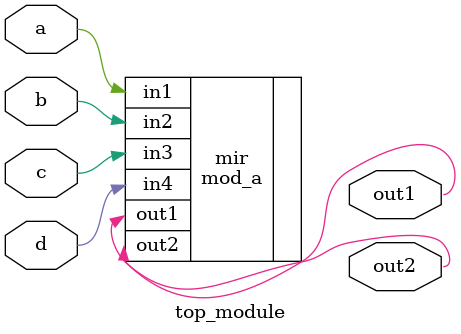
<source format=v>
module top_module ( 
    input a, 
    input b, 
    input c,
    input d,
    output out1,
    output out2
);
    mod_a mir(.in1(a),.in2(b),.in3(c),.in4(d),.out1(out1),.out2(out2));
endmodule

</source>
